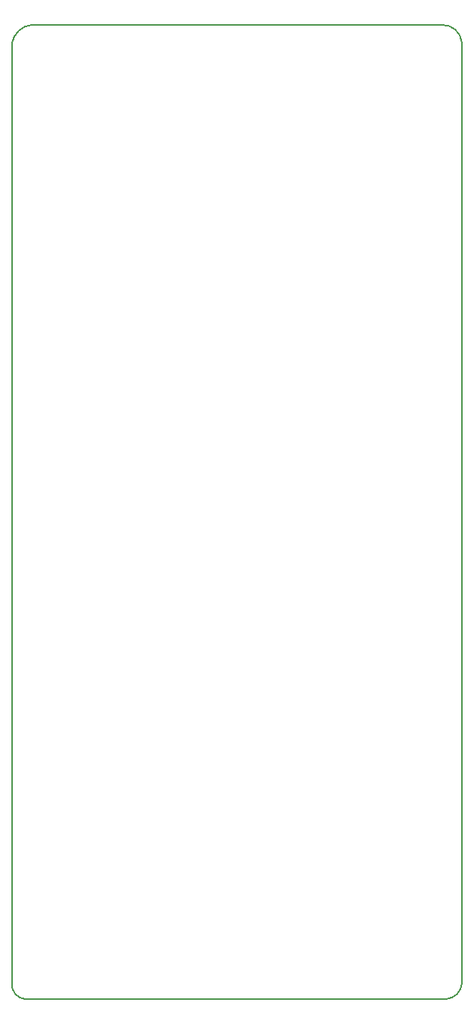
<source format=gko>
G04 DipTrace 4.1.1.0*
G04 alps_final1.GKO*
%MOIN*%
G04 #@! TF.FileFunction,Profile*
G04 #@! TF.Part,Single*
%ADD12C,0.005512*%
%FSLAX26Y26*%
G04*
G70*
G90*
G75*
G01*
G04 BoardOutline*
%LPD*%
X394237Y462751D2*
D12*
G03X450488Y394000I63429J-5491D01*
G01*
X2312988D1*
G03X2381737Y462751I-6249J74998D01*
G01*
Y4612751D1*
G03X2287988Y4694000I-86032J-4556D01*
G01*
X481737D1*
G03X394237Y4612751I10196J-98721D01*
G01*
Y462751D1*
M02*

</source>
